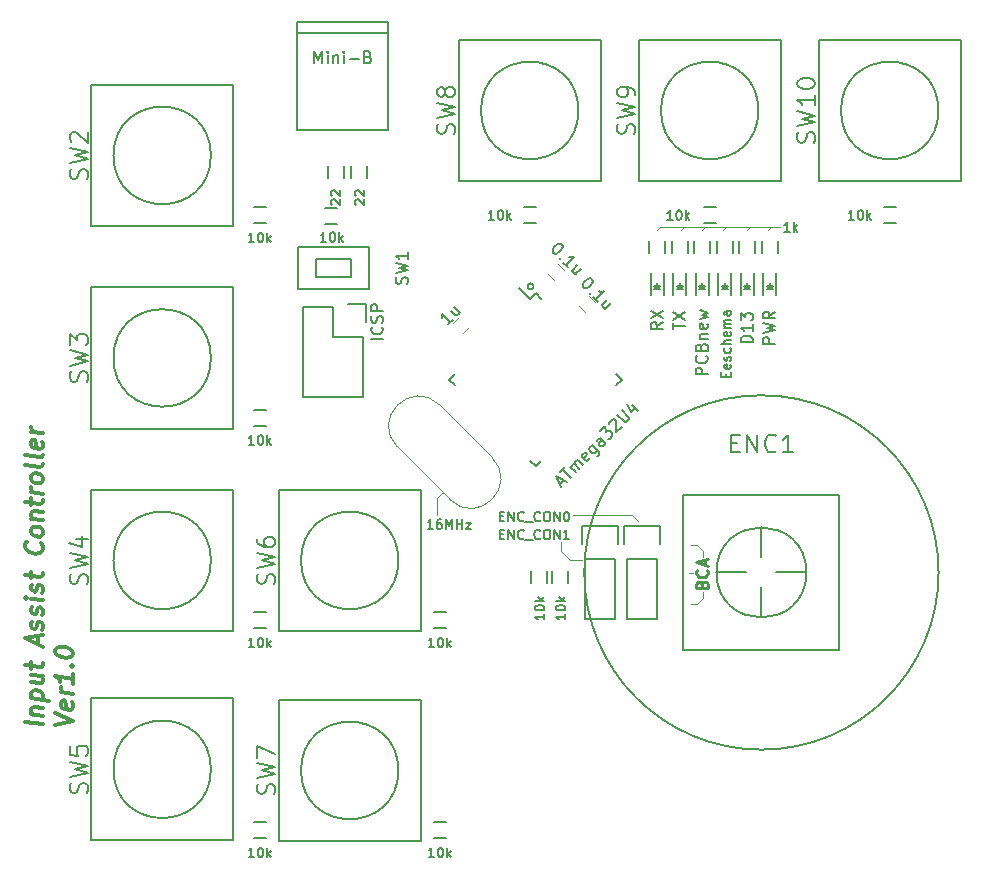
<source format=gto>
G04 #@! TF.GenerationSoftware,KiCad,Pcbnew,(5.1.2)-2*
G04 #@! TF.CreationDate,2025-05-11T13:48:29+09:00*
G04 #@! TF.ProjectId,FIC_2,4649435f-322e-46b6-9963-61645f706362,rev?*
G04 #@! TF.SameCoordinates,Original*
G04 #@! TF.FileFunction,Legend,Top*
G04 #@! TF.FilePolarity,Positive*
%FSLAX46Y46*%
G04 Gerber Fmt 4.6, Leading zero omitted, Abs format (unit mm)*
G04 Created by KiCad (PCBNEW (5.1.2)-2) date 2025-05-11 13:48:29*
%MOMM*%
%LPD*%
G04 APERTURE LIST*
%ADD10C,0.120000*%
%ADD11C,0.300000*%
%ADD12C,0.250000*%
%ADD13C,0.150000*%
G04 APERTURE END LIST*
D10*
X130213000Y-97825800D02*
X130313000Y-97825800D01*
X129813000Y-98225800D02*
X130213000Y-97825800D01*
X129813000Y-99725800D02*
X129813000Y-98225800D01*
D11*
X96456971Y-117421928D02*
X94956971Y-117234428D01*
X95456971Y-116582642D02*
X96456971Y-116707642D01*
X95599828Y-116600500D02*
X95528400Y-116520142D01*
X95456971Y-116368357D01*
X95456971Y-116154071D01*
X95528400Y-116020142D01*
X95671257Y-115966571D01*
X96456971Y-116064785D01*
X95456971Y-115225500D02*
X96956971Y-115413000D01*
X95528400Y-115234428D02*
X95456971Y-115082642D01*
X95456971Y-114796928D01*
X95528400Y-114663000D01*
X95599828Y-114600500D01*
X95742685Y-114546928D01*
X96171257Y-114600500D01*
X96314114Y-114689785D01*
X96385542Y-114770142D01*
X96456971Y-114921928D01*
X96456971Y-115207642D01*
X96385542Y-115341571D01*
X95456971Y-113225500D02*
X96456971Y-113350500D01*
X95456971Y-113868357D02*
X96242685Y-113966571D01*
X96385542Y-113913000D01*
X96456971Y-113779071D01*
X96456971Y-113564785D01*
X96385542Y-113413000D01*
X96314114Y-113332642D01*
X95456971Y-112725500D02*
X95456971Y-112154071D01*
X94956971Y-112448714D02*
X96242685Y-112609428D01*
X96385542Y-112555857D01*
X96456971Y-112421928D01*
X96456971Y-112279071D01*
X96028400Y-110654071D02*
X96028400Y-109939785D01*
X96456971Y-110850500D02*
X94956971Y-110163000D01*
X96456971Y-109850500D01*
X96385542Y-109413000D02*
X96456971Y-109279071D01*
X96456971Y-108993357D01*
X96385542Y-108841571D01*
X96242685Y-108752285D01*
X96171257Y-108743357D01*
X96028400Y-108796928D01*
X95956971Y-108930857D01*
X95956971Y-109145142D01*
X95885542Y-109279071D01*
X95742685Y-109332642D01*
X95671257Y-109323714D01*
X95528400Y-109234428D01*
X95456971Y-109082642D01*
X95456971Y-108868357D01*
X95528400Y-108734428D01*
X96385542Y-108198714D02*
X96456971Y-108064785D01*
X96456971Y-107779071D01*
X96385542Y-107627285D01*
X96242685Y-107538000D01*
X96171257Y-107529071D01*
X96028400Y-107582642D01*
X95956971Y-107716571D01*
X95956971Y-107930857D01*
X95885542Y-108064785D01*
X95742685Y-108118357D01*
X95671257Y-108109428D01*
X95528400Y-108020142D01*
X95456971Y-107868357D01*
X95456971Y-107654071D01*
X95528400Y-107520142D01*
X96456971Y-106921928D02*
X95456971Y-106796928D01*
X94956971Y-106734428D02*
X95028400Y-106814785D01*
X95099828Y-106752285D01*
X95028400Y-106671928D01*
X94956971Y-106734428D01*
X95099828Y-106752285D01*
X96385542Y-106270142D02*
X96456971Y-106136214D01*
X96456971Y-105850500D01*
X96385542Y-105698714D01*
X96242685Y-105609428D01*
X96171257Y-105600500D01*
X96028400Y-105654071D01*
X95956971Y-105788000D01*
X95956971Y-106002285D01*
X95885542Y-106136214D01*
X95742685Y-106189785D01*
X95671257Y-106180857D01*
X95528400Y-106091571D01*
X95456971Y-105939785D01*
X95456971Y-105725500D01*
X95528400Y-105591571D01*
X95456971Y-105082642D02*
X95456971Y-104511214D01*
X94956971Y-104805857D02*
X96242685Y-104966571D01*
X96385542Y-104913000D01*
X96456971Y-104779071D01*
X96456971Y-104636214D01*
X96314114Y-102118357D02*
X96385542Y-102198714D01*
X96456971Y-102421928D01*
X96456971Y-102564785D01*
X96385542Y-102770142D01*
X96242685Y-102895142D01*
X96099828Y-102948714D01*
X95814114Y-102984428D01*
X95599828Y-102957642D01*
X95314114Y-102850500D01*
X95171257Y-102761214D01*
X95028400Y-102600500D01*
X94956971Y-102377285D01*
X94956971Y-102234428D01*
X95028400Y-102029071D01*
X95099828Y-101966571D01*
X96456971Y-101279071D02*
X96385542Y-101413000D01*
X96314114Y-101475500D01*
X96171257Y-101529071D01*
X95742685Y-101475500D01*
X95599828Y-101386214D01*
X95528400Y-101305857D01*
X95456971Y-101154071D01*
X95456971Y-100939785D01*
X95528400Y-100805857D01*
X95599828Y-100743357D01*
X95742685Y-100689785D01*
X96171257Y-100743357D01*
X96314114Y-100832642D01*
X96385542Y-100913000D01*
X96456971Y-101064785D01*
X96456971Y-101279071D01*
X95456971Y-100011214D02*
X96456971Y-100136214D01*
X95599828Y-100029071D02*
X95528400Y-99948714D01*
X95456971Y-99796928D01*
X95456971Y-99582642D01*
X95528400Y-99448714D01*
X95671257Y-99395142D01*
X96456971Y-99493357D01*
X95456971Y-98868357D02*
X95456971Y-98296928D01*
X94956971Y-98591571D02*
X96242685Y-98752285D01*
X96385542Y-98698714D01*
X96456971Y-98564785D01*
X96456971Y-98421928D01*
X96456971Y-97921928D02*
X95456971Y-97796928D01*
X95742685Y-97832642D02*
X95599828Y-97743357D01*
X95528400Y-97663000D01*
X95456971Y-97511214D01*
X95456971Y-97368357D01*
X96456971Y-96779071D02*
X96385542Y-96913000D01*
X96314114Y-96975500D01*
X96171257Y-97029071D01*
X95742685Y-96975500D01*
X95599828Y-96886214D01*
X95528400Y-96805857D01*
X95456971Y-96654071D01*
X95456971Y-96439785D01*
X95528400Y-96305857D01*
X95599828Y-96243357D01*
X95742685Y-96189785D01*
X96171257Y-96243357D01*
X96314114Y-96332642D01*
X96385542Y-96413000D01*
X96456971Y-96564785D01*
X96456971Y-96779071D01*
X96456971Y-95421928D02*
X96385542Y-95555857D01*
X96242685Y-95609428D01*
X94956971Y-95448714D01*
X96456971Y-94636214D02*
X96385542Y-94770142D01*
X96242685Y-94823714D01*
X94956971Y-94663000D01*
X96385542Y-93484428D02*
X96456971Y-93636214D01*
X96456971Y-93921928D01*
X96385542Y-94055857D01*
X96242685Y-94109428D01*
X95671257Y-94037999D01*
X95528400Y-93948714D01*
X95456971Y-93796928D01*
X95456971Y-93511214D01*
X95528400Y-93377285D01*
X95671257Y-93323714D01*
X95814114Y-93341571D01*
X95956971Y-94073714D01*
X96456971Y-92779071D02*
X95456971Y-92654071D01*
X95742685Y-92689785D02*
X95599828Y-92600499D01*
X95528400Y-92520142D01*
X95456971Y-92368357D01*
X95456971Y-92225499D01*
X97506971Y-117448714D02*
X99006971Y-117136214D01*
X97506971Y-116448714D01*
X98935542Y-115555857D02*
X99006971Y-115707642D01*
X99006971Y-115993357D01*
X98935542Y-116127285D01*
X98792685Y-116180857D01*
X98221257Y-116109428D01*
X98078400Y-116020142D01*
X98006971Y-115868357D01*
X98006971Y-115582642D01*
X98078400Y-115448714D01*
X98221257Y-115395142D01*
X98364114Y-115413000D01*
X98506971Y-116145142D01*
X99006971Y-114850500D02*
X98006971Y-114725500D01*
X98292685Y-114761214D02*
X98149828Y-114671928D01*
X98078400Y-114591571D01*
X98006971Y-114439785D01*
X98006971Y-114296928D01*
X99006971Y-113136214D02*
X99006971Y-113993357D01*
X99006971Y-113564785D02*
X97506971Y-113377285D01*
X97721257Y-113546928D01*
X97864114Y-113707642D01*
X97935542Y-113859428D01*
X98864114Y-112475500D02*
X98935542Y-112413000D01*
X99006971Y-112493357D01*
X98935542Y-112555857D01*
X98864114Y-112475500D01*
X99006971Y-112493357D01*
X97506971Y-111305857D02*
X97506971Y-111163000D01*
X97578400Y-111029071D01*
X97649828Y-110966571D01*
X97792685Y-110913000D01*
X98078400Y-110877285D01*
X98435542Y-110921928D01*
X98721257Y-111029071D01*
X98864114Y-111118357D01*
X98935542Y-111198714D01*
X99006971Y-111350500D01*
X99006971Y-111493357D01*
X98935542Y-111627285D01*
X98864114Y-111689785D01*
X98721257Y-111743357D01*
X98435542Y-111779071D01*
X98078400Y-111734428D01*
X97792685Y-111627285D01*
X97649828Y-111538000D01*
X97578400Y-111457642D01*
X97506971Y-111305857D01*
D10*
X151813000Y-107225800D02*
X151313000Y-107225800D01*
X152313000Y-106725800D02*
X151813000Y-107225800D01*
X152313000Y-106225800D02*
X152313000Y-106725800D01*
X151521160Y-104642920D02*
X151124920Y-104642920D01*
X151813000Y-102225800D02*
X151313000Y-102225800D01*
X152313000Y-102725800D02*
X151813000Y-102225800D01*
X152313000Y-103225800D02*
X152313000Y-102725800D01*
D12*
X152241571Y-105582942D02*
X152289190Y-105440085D01*
X152336809Y-105392466D01*
X152432047Y-105344847D01*
X152574904Y-105344847D01*
X152670142Y-105392466D01*
X152717761Y-105440085D01*
X152765380Y-105535323D01*
X152765380Y-105916276D01*
X151765380Y-105916276D01*
X151765380Y-105582942D01*
X151813000Y-105487704D01*
X151860619Y-105440085D01*
X151955857Y-105392466D01*
X152051095Y-105392466D01*
X152146333Y-105440085D01*
X152193952Y-105487704D01*
X152241571Y-105582942D01*
X152241571Y-105916276D01*
X152670142Y-104344847D02*
X152717761Y-104392466D01*
X152765380Y-104535323D01*
X152765380Y-104630561D01*
X152717761Y-104773419D01*
X152622523Y-104868657D01*
X152527285Y-104916276D01*
X152336809Y-104963895D01*
X152193952Y-104963895D01*
X152003476Y-104916276D01*
X151908238Y-104868657D01*
X151813000Y-104773419D01*
X151765380Y-104630561D01*
X151765380Y-104535323D01*
X151813000Y-104392466D01*
X151860619Y-104344847D01*
X152479666Y-103963895D02*
X152479666Y-103487704D01*
X152765380Y-104059133D02*
X151765380Y-103725800D01*
X152765380Y-103392466D01*
D10*
X157861000Y-75615800D02*
X158115000Y-75361800D01*
X156083000Y-75615800D02*
X156337000Y-75361800D01*
X154051000Y-75615800D02*
X154305000Y-75361800D01*
X152273000Y-75615800D02*
X152527000Y-75361800D01*
X150495000Y-75615800D02*
X150749000Y-75361800D01*
X148717000Y-75361800D02*
X148463000Y-75615800D01*
X158877000Y-75361800D02*
X148717000Y-75361800D01*
X141063000Y-103475800D02*
X142063000Y-103475800D01*
X140313000Y-102725800D02*
X141063000Y-103475800D01*
X140313000Y-101975800D02*
X140313000Y-102725800D01*
X146313000Y-99725800D02*
X146813000Y-100225800D01*
X141313000Y-99725800D02*
X146313000Y-99725800D01*
D13*
X156019000Y-104571800D02*
X153479000Y-104571800D01*
X161099000Y-104571800D02*
X158559000Y-104571800D01*
X157289000Y-105841800D02*
X157289000Y-108381800D01*
X157289000Y-103301800D02*
X157289000Y-100761800D01*
X161099000Y-104571800D02*
G75*
G03X161099000Y-104571800I-3810000J0D01*
G01*
X163889000Y-97971800D02*
X163889000Y-111171800D01*
X163889000Y-111171800D02*
X150689000Y-111171800D01*
X150689000Y-111171800D02*
X150689000Y-97971800D01*
X150689000Y-97971800D02*
X163889000Y-97971800D01*
X172289000Y-104571800D02*
G75*
G03X172289000Y-104571800I-15000000J0D01*
G01*
X148713000Y-80305800D02*
X148463000Y-80555800D01*
X148213000Y-80305800D02*
X148713000Y-80305800D01*
X148463000Y-80555800D02*
X148213000Y-80305800D01*
X148213000Y-80555800D02*
X148713000Y-80555800D01*
X148463000Y-80505800D02*
X148463000Y-80055800D01*
X149013000Y-79205800D02*
X149013000Y-81105800D01*
X147913000Y-79205800D02*
X147913000Y-81105800D01*
X149818000Y-79205800D02*
X149818000Y-81105800D01*
X150918000Y-79205800D02*
X150918000Y-81105800D01*
X150368000Y-80505800D02*
X150368000Y-80055800D01*
X150118000Y-80555800D02*
X150618000Y-80555800D01*
X150368000Y-80555800D02*
X150118000Y-80305800D01*
X150118000Y-80305800D02*
X150618000Y-80305800D01*
X150618000Y-80305800D02*
X150368000Y-80555800D01*
X151723000Y-79205800D02*
X151723000Y-81105800D01*
X152823000Y-79205800D02*
X152823000Y-81105800D01*
X152273000Y-80505800D02*
X152273000Y-80055800D01*
X152023000Y-80555800D02*
X152523000Y-80555800D01*
X152273000Y-80555800D02*
X152023000Y-80305800D01*
X152023000Y-80305800D02*
X152523000Y-80305800D01*
X152523000Y-80305800D02*
X152273000Y-80555800D01*
X154428000Y-80305800D02*
X154178000Y-80555800D01*
X153928000Y-80305800D02*
X154428000Y-80305800D01*
X154178000Y-80555800D02*
X153928000Y-80305800D01*
X153928000Y-80555800D02*
X154428000Y-80555800D01*
X154178000Y-80505800D02*
X154178000Y-80055800D01*
X154728000Y-79205800D02*
X154728000Y-81105800D01*
X153628000Y-79205800D02*
X153628000Y-81105800D01*
X156333000Y-80305800D02*
X156083000Y-80555800D01*
X155833000Y-80305800D02*
X156333000Y-80305800D01*
X156083000Y-80555800D02*
X155833000Y-80305800D01*
X155833000Y-80555800D02*
X156333000Y-80555800D01*
X156083000Y-80505800D02*
X156083000Y-80055800D01*
X156633000Y-79205800D02*
X156633000Y-81105800D01*
X155533000Y-79205800D02*
X155533000Y-81105800D01*
X157438000Y-79205800D02*
X157438000Y-81105800D01*
X158538000Y-79205800D02*
X158538000Y-81105800D01*
X157988000Y-80505800D02*
X157988000Y-80055800D01*
X157738000Y-80555800D02*
X158238000Y-80555800D01*
X157988000Y-80555800D02*
X157738000Y-80305800D01*
X157738000Y-80305800D02*
X158238000Y-80305800D01*
X158238000Y-80305800D02*
X157988000Y-80555800D01*
X121031000Y-80540800D02*
X118031000Y-80540800D01*
X118031000Y-80540800D02*
X118031000Y-77040800D01*
X118031000Y-77040800D02*
X124031000Y-77040800D01*
X124031000Y-77040800D02*
X124031000Y-80540800D01*
X124031000Y-80540800D02*
X121031000Y-80540800D01*
X121031000Y-79515800D02*
X119556000Y-79515800D01*
X119556000Y-79515800D02*
X119556000Y-78065800D01*
X119556000Y-78065800D02*
X122506000Y-78065800D01*
X122506000Y-78065800D02*
X122506000Y-79515800D01*
X122506000Y-79515800D02*
X121031000Y-79515800D01*
X172271106Y-65455800D02*
G75*
G03X172271106Y-65455800I-4123106J0D01*
G01*
X162148000Y-59455800D02*
X174148000Y-59455800D01*
X174148000Y-59455800D02*
X174148000Y-71455800D01*
X174148000Y-71455800D02*
X162148000Y-71455800D01*
X162148000Y-71455800D02*
X162148000Y-59455800D01*
X125643640Y-67134740D02*
X125643640Y-57934860D01*
X117942360Y-67134740D02*
X125643640Y-67134740D01*
X117942360Y-57934860D02*
X117942360Y-67134740D01*
X125643640Y-57934860D02*
X117942360Y-57934860D01*
X125643640Y-58935620D02*
X117942360Y-58935620D01*
D10*
X131154249Y-83440023D02*
X131649223Y-82945049D01*
X132497751Y-83793577D02*
X132002777Y-84288551D01*
X140054577Y-78449249D02*
X140549551Y-78944223D01*
X139701023Y-79792751D02*
X139206049Y-79297777D01*
X142317223Y-82510551D02*
X141822249Y-82015577D01*
X142670777Y-81167049D02*
X143165751Y-81662023D01*
D13*
X123571000Y-89712800D02*
X123571000Y-84632800D01*
X123851000Y-81812800D02*
X123851000Y-83362800D01*
X121031000Y-82092800D02*
X121031000Y-84632800D01*
X121031000Y-84632800D02*
X123571000Y-84632800D01*
X123571000Y-89712800D02*
X118491000Y-89712800D01*
X118491000Y-89712800D02*
X118491000Y-84632800D01*
X123851000Y-81812800D02*
X122301000Y-81812800D01*
X118491000Y-82092800D02*
X121031000Y-82092800D01*
X118491000Y-84632800D02*
X118491000Y-82092800D01*
X145923000Y-103428800D02*
X145923000Y-108508800D01*
X145923000Y-108508800D02*
X148463000Y-108508800D01*
X148463000Y-108508800D02*
X148463000Y-103428800D01*
X148743000Y-100608800D02*
X148743000Y-102158800D01*
X148463000Y-103428800D02*
X145923000Y-103428800D01*
X145643000Y-102158800D02*
X145643000Y-100608800D01*
X145643000Y-100608800D02*
X148743000Y-100608800D01*
X142087000Y-100608800D02*
X145187000Y-100608800D01*
X142087000Y-102158800D02*
X142087000Y-100608800D01*
X144907000Y-103428800D02*
X142367000Y-103428800D01*
X145187000Y-100608800D02*
X145187000Y-102158800D01*
X144907000Y-108508800D02*
X144907000Y-103428800D01*
X142367000Y-108508800D02*
X144907000Y-108508800D01*
X142367000Y-103428800D02*
X142367000Y-108508800D01*
X121340500Y-75084300D02*
X120340500Y-75084300D01*
X120340500Y-73734300D02*
X121340500Y-73734300D01*
X152948000Y-76530800D02*
X152948000Y-77530800D01*
X151598000Y-77530800D02*
X151598000Y-76530800D01*
X147788000Y-77530800D02*
X147788000Y-76530800D01*
X149138000Y-76530800D02*
X149138000Y-77530800D01*
X121960000Y-70180800D02*
X121960000Y-71180800D01*
X120610000Y-71180800D02*
X120610000Y-70180800D01*
X122515000Y-71162800D02*
X122515000Y-70162800D01*
X123865000Y-70162800D02*
X123865000Y-71162800D01*
X149698000Y-77535800D02*
X149698000Y-76535800D01*
X151048000Y-76535800D02*
X151048000Y-77535800D01*
X154853000Y-76530800D02*
X154853000Y-77530800D01*
X153503000Y-77530800D02*
X153503000Y-76530800D01*
X157313000Y-77530800D02*
X157313000Y-76530800D01*
X158663000Y-76530800D02*
X158663000Y-77530800D01*
X156758000Y-76530800D02*
X156758000Y-77530800D01*
X155408000Y-77530800D02*
X155408000Y-76530800D01*
X137755000Y-105434800D02*
X137755000Y-104434800D01*
X139105000Y-104434800D02*
X139105000Y-105434800D01*
X140883000Y-104452800D02*
X140883000Y-105452800D01*
X139533000Y-105452800D02*
X139533000Y-104452800D01*
X114308000Y-73670800D02*
X115308000Y-73670800D01*
X115308000Y-75020800D02*
X114308000Y-75020800D01*
X114308000Y-90815800D02*
X115308000Y-90815800D01*
X115308000Y-92165800D02*
X114308000Y-92165800D01*
X115308000Y-109310800D02*
X114308000Y-109310800D01*
X114308000Y-107960800D02*
X115308000Y-107960800D01*
X115308000Y-127090800D02*
X114308000Y-127090800D01*
X114308000Y-125740800D02*
X115308000Y-125740800D01*
X129548000Y-107960800D02*
X130548000Y-107960800D01*
X130548000Y-109310800D02*
X129548000Y-109310800D01*
X129548000Y-125740800D02*
X130548000Y-125740800D01*
X130548000Y-127090800D02*
X129548000Y-127090800D01*
X138168000Y-75020800D02*
X137168000Y-75020800D01*
X137168000Y-73670800D02*
X138168000Y-73670800D01*
X152408000Y-73670800D02*
X153408000Y-73670800D01*
X153408000Y-75020800D02*
X152408000Y-75020800D01*
X168648000Y-75020800D02*
X167648000Y-75020800D01*
X167648000Y-73670800D02*
X168648000Y-73670800D01*
X100553000Y-75265800D02*
X100553000Y-63265800D01*
X112553000Y-75265800D02*
X100553000Y-75265800D01*
X112553000Y-63265800D02*
X112553000Y-75265800D01*
X100553000Y-63265800D02*
X112553000Y-63265800D01*
X110676106Y-69265800D02*
G75*
G03X110676106Y-69265800I-4123106J0D01*
G01*
X110676106Y-86410800D02*
G75*
G03X110676106Y-86410800I-4123106J0D01*
G01*
X100553000Y-80410800D02*
X112553000Y-80410800D01*
X112553000Y-80410800D02*
X112553000Y-92410800D01*
X112553000Y-92410800D02*
X100553000Y-92410800D01*
X100553000Y-92410800D02*
X100553000Y-80410800D01*
X100553000Y-109555800D02*
X100553000Y-97555800D01*
X112553000Y-109555800D02*
X100553000Y-109555800D01*
X112553000Y-97555800D02*
X112553000Y-109555800D01*
X100553000Y-97555800D02*
X112553000Y-97555800D01*
X110676106Y-103555800D02*
G75*
G03X110676106Y-103555800I-4123106J0D01*
G01*
X110676106Y-121235800D02*
G75*
G03X110676106Y-121235800I-4123106J0D01*
G01*
X100553000Y-115235800D02*
X112553000Y-115235800D01*
X112553000Y-115235800D02*
X112553000Y-127235800D01*
X112553000Y-127235800D02*
X100553000Y-127235800D01*
X100553000Y-127235800D02*
X100553000Y-115235800D01*
X116428000Y-109555800D02*
X116428000Y-97555800D01*
X128428000Y-109555800D02*
X116428000Y-109555800D01*
X128428000Y-97555800D02*
X128428000Y-109555800D01*
X116428000Y-97555800D02*
X128428000Y-97555800D01*
X126551106Y-103555800D02*
G75*
G03X126551106Y-103555800I-4123106J0D01*
G01*
X126551106Y-121335800D02*
G75*
G03X126551106Y-121335800I-4123106J0D01*
G01*
X116428000Y-115335800D02*
X128428000Y-115335800D01*
X128428000Y-115335800D02*
X128428000Y-127335800D01*
X128428000Y-127335800D02*
X116428000Y-127335800D01*
X116428000Y-127335800D02*
X116428000Y-115335800D01*
X131668000Y-71455800D02*
X131668000Y-59455800D01*
X143668000Y-71455800D02*
X131668000Y-71455800D01*
X143668000Y-59455800D02*
X143668000Y-71455800D01*
X131668000Y-59455800D02*
X143668000Y-59455800D01*
X141791106Y-65455800D02*
G75*
G03X141791106Y-65455800I-4123106J0D01*
G01*
X157031106Y-65455800D02*
G75*
G03X157031106Y-65455800I-4123106J0D01*
G01*
X146908000Y-59455800D02*
X158908000Y-59455800D01*
X158908000Y-59455800D02*
X158908000Y-71455800D01*
X158908000Y-71455800D02*
X146908000Y-71455800D01*
X146908000Y-71455800D02*
X146908000Y-59455800D01*
X137994423Y-80349175D02*
G75*
G03X137994423Y-80349175I-254001J0D01*
G01*
X138176000Y-80933245D02*
X137698703Y-81410542D01*
X145494555Y-88251800D02*
X145017258Y-88729097D01*
X138176000Y-95570355D02*
X138653297Y-95093058D01*
X130857445Y-88251800D02*
X131334742Y-87774503D01*
X138176000Y-80933245D02*
X138653297Y-81410542D01*
X130857445Y-88251800D02*
X131334742Y-88729097D01*
X138176000Y-95570355D02*
X137698703Y-95093058D01*
X145494555Y-88251800D02*
X145017258Y-87774503D01*
X137698703Y-81410542D02*
X136797142Y-80508981D01*
D10*
X130898852Y-98388542D02*
X126479435Y-93969124D01*
X134469742Y-94817652D02*
X130050324Y-90398235D01*
X134469742Y-94817652D02*
G75*
G02X130898852Y-98388542I-1785445J-1785445D01*
G01*
X130050325Y-90398236D02*
G75*
G03X126479435Y-93969124I-1785445J-1785444D01*
G01*
D13*
X154741571Y-93618657D02*
X155241571Y-93618657D01*
X155455857Y-94404371D02*
X154741571Y-94404371D01*
X154741571Y-92904371D01*
X155455857Y-92904371D01*
X156098714Y-94404371D02*
X156098714Y-92904371D01*
X156955857Y-94404371D01*
X156955857Y-92904371D01*
X158527285Y-94261514D02*
X158455857Y-94332942D01*
X158241571Y-94404371D01*
X158098714Y-94404371D01*
X157884428Y-94332942D01*
X157741571Y-94190085D01*
X157670142Y-94047228D01*
X157598714Y-93761514D01*
X157598714Y-93547228D01*
X157670142Y-93261514D01*
X157741571Y-93118657D01*
X157884428Y-92975800D01*
X158098714Y-92904371D01*
X158241571Y-92904371D01*
X158455857Y-92975800D01*
X158527285Y-93047228D01*
X159955857Y-94404371D02*
X159098714Y-94404371D01*
X159527285Y-94404371D02*
X159527285Y-92904371D01*
X159384428Y-93118657D01*
X159241571Y-93261514D01*
X159098714Y-93332942D01*
X148915380Y-83402466D02*
X148439190Y-83735800D01*
X148915380Y-83973895D02*
X147915380Y-83973895D01*
X147915380Y-83592942D01*
X147963000Y-83497704D01*
X148010619Y-83450085D01*
X148105857Y-83402466D01*
X148248714Y-83402466D01*
X148343952Y-83450085D01*
X148391571Y-83497704D01*
X148439190Y-83592942D01*
X148439190Y-83973895D01*
X147915380Y-83069133D02*
X148915380Y-82402466D01*
X147915380Y-82402466D02*
X148915380Y-83069133D01*
X149820380Y-83997704D02*
X149820380Y-83426276D01*
X150820380Y-83711990D02*
X149820380Y-83711990D01*
X149820380Y-83188180D02*
X150820380Y-82521514D01*
X149820380Y-82521514D02*
X150820380Y-83188180D01*
X152725380Y-87807466D02*
X151725380Y-87807466D01*
X151725380Y-87426514D01*
X151773000Y-87331276D01*
X151820619Y-87283657D01*
X151915857Y-87236038D01*
X152058714Y-87236038D01*
X152153952Y-87283657D01*
X152201571Y-87331276D01*
X152249190Y-87426514D01*
X152249190Y-87807466D01*
X152630142Y-86236038D02*
X152677761Y-86283657D01*
X152725380Y-86426514D01*
X152725380Y-86521752D01*
X152677761Y-86664609D01*
X152582523Y-86759847D01*
X152487285Y-86807466D01*
X152296809Y-86855085D01*
X152153952Y-86855085D01*
X151963476Y-86807466D01*
X151868238Y-86759847D01*
X151773000Y-86664609D01*
X151725380Y-86521752D01*
X151725380Y-86426514D01*
X151773000Y-86283657D01*
X151820619Y-86236038D01*
X152201571Y-85474133D02*
X152249190Y-85331276D01*
X152296809Y-85283657D01*
X152392047Y-85236038D01*
X152534904Y-85236038D01*
X152630142Y-85283657D01*
X152677761Y-85331276D01*
X152725380Y-85426514D01*
X152725380Y-85807466D01*
X151725380Y-85807466D01*
X151725380Y-85474133D01*
X151773000Y-85378895D01*
X151820619Y-85331276D01*
X151915857Y-85283657D01*
X152011095Y-85283657D01*
X152106333Y-85331276D01*
X152153952Y-85378895D01*
X152201571Y-85474133D01*
X152201571Y-85807466D01*
X152058714Y-84807466D02*
X152725380Y-84807466D01*
X152153952Y-84807466D02*
X152106333Y-84759847D01*
X152058714Y-84664609D01*
X152058714Y-84521752D01*
X152106333Y-84426514D01*
X152201571Y-84378895D01*
X152725380Y-84378895D01*
X152677761Y-83521752D02*
X152725380Y-83616990D01*
X152725380Y-83807466D01*
X152677761Y-83902704D01*
X152582523Y-83950323D01*
X152201571Y-83950323D01*
X152106333Y-83902704D01*
X152058714Y-83807466D01*
X152058714Y-83616990D01*
X152106333Y-83521752D01*
X152201571Y-83474133D01*
X152296809Y-83474133D01*
X152392047Y-83950323D01*
X152058714Y-83140800D02*
X152725380Y-82950323D01*
X152249190Y-82759847D01*
X152725380Y-82569371D01*
X152058714Y-82378895D01*
X154255857Y-88006752D02*
X154255857Y-87740085D01*
X154674904Y-87625800D02*
X154674904Y-88006752D01*
X153874904Y-88006752D01*
X153874904Y-87625800D01*
X154636809Y-86978180D02*
X154674904Y-87054371D01*
X154674904Y-87206752D01*
X154636809Y-87282942D01*
X154560619Y-87321038D01*
X154255857Y-87321038D01*
X154179666Y-87282942D01*
X154141571Y-87206752D01*
X154141571Y-87054371D01*
X154179666Y-86978180D01*
X154255857Y-86940085D01*
X154332047Y-86940085D01*
X154408238Y-87321038D01*
X154636809Y-86635323D02*
X154674904Y-86559133D01*
X154674904Y-86406752D01*
X154636809Y-86330561D01*
X154560619Y-86292466D01*
X154522523Y-86292466D01*
X154446333Y-86330561D01*
X154408238Y-86406752D01*
X154408238Y-86521038D01*
X154370142Y-86597228D01*
X154293952Y-86635323D01*
X154255857Y-86635323D01*
X154179666Y-86597228D01*
X154141571Y-86521038D01*
X154141571Y-86406752D01*
X154179666Y-86330561D01*
X154636809Y-85606752D02*
X154674904Y-85682942D01*
X154674904Y-85835323D01*
X154636809Y-85911514D01*
X154598714Y-85949609D01*
X154522523Y-85987704D01*
X154293952Y-85987704D01*
X154217761Y-85949609D01*
X154179666Y-85911514D01*
X154141571Y-85835323D01*
X154141571Y-85682942D01*
X154179666Y-85606752D01*
X154674904Y-85263895D02*
X153874904Y-85263895D01*
X154674904Y-84921038D02*
X154255857Y-84921038D01*
X154179666Y-84959133D01*
X154141571Y-85035323D01*
X154141571Y-85149609D01*
X154179666Y-85225800D01*
X154217761Y-85263895D01*
X154636809Y-84235323D02*
X154674904Y-84311514D01*
X154674904Y-84463895D01*
X154636809Y-84540085D01*
X154560619Y-84578180D01*
X154255857Y-84578180D01*
X154179666Y-84540085D01*
X154141571Y-84463895D01*
X154141571Y-84311514D01*
X154179666Y-84235323D01*
X154255857Y-84197228D01*
X154332047Y-84197228D01*
X154408238Y-84578180D01*
X154674904Y-83854371D02*
X154141571Y-83854371D01*
X154217761Y-83854371D02*
X154179666Y-83816276D01*
X154141571Y-83740085D01*
X154141571Y-83625800D01*
X154179666Y-83549609D01*
X154255857Y-83511514D01*
X154674904Y-83511514D01*
X154255857Y-83511514D02*
X154179666Y-83473419D01*
X154141571Y-83397228D01*
X154141571Y-83282942D01*
X154179666Y-83206752D01*
X154255857Y-83168657D01*
X154674904Y-83168657D01*
X154674904Y-82444847D02*
X154255857Y-82444847D01*
X154179666Y-82482942D01*
X154141571Y-82559133D01*
X154141571Y-82711514D01*
X154179666Y-82787704D01*
X154636809Y-82444847D02*
X154674904Y-82521038D01*
X154674904Y-82711514D01*
X154636809Y-82787704D01*
X154560619Y-82825800D01*
X154484428Y-82825800D01*
X154408238Y-82787704D01*
X154370142Y-82711514D01*
X154370142Y-82521038D01*
X154332047Y-82444847D01*
X156535380Y-85085085D02*
X155535380Y-85085085D01*
X155535380Y-84846990D01*
X155583000Y-84704133D01*
X155678238Y-84608895D01*
X155773476Y-84561276D01*
X155963952Y-84513657D01*
X156106809Y-84513657D01*
X156297285Y-84561276D01*
X156392523Y-84608895D01*
X156487761Y-84704133D01*
X156535380Y-84846990D01*
X156535380Y-85085085D01*
X156535380Y-83561276D02*
X156535380Y-84132704D01*
X156535380Y-83846990D02*
X155535380Y-83846990D01*
X155678238Y-83942228D01*
X155773476Y-84037466D01*
X155821095Y-84132704D01*
X155535380Y-83227942D02*
X155535380Y-82608895D01*
X155916333Y-82942228D01*
X155916333Y-82799371D01*
X155963952Y-82704133D01*
X156011571Y-82656514D01*
X156106809Y-82608895D01*
X156344904Y-82608895D01*
X156440142Y-82656514D01*
X156487761Y-82704133D01*
X156535380Y-82799371D01*
X156535380Y-83085085D01*
X156487761Y-83180323D01*
X156440142Y-83227942D01*
X158440380Y-85204133D02*
X157440380Y-85204133D01*
X157440380Y-84823180D01*
X157488000Y-84727942D01*
X157535619Y-84680323D01*
X157630857Y-84632704D01*
X157773714Y-84632704D01*
X157868952Y-84680323D01*
X157916571Y-84727942D01*
X157964190Y-84823180D01*
X157964190Y-85204133D01*
X157440380Y-84299371D02*
X158440380Y-84061276D01*
X157726095Y-83870800D01*
X158440380Y-83680323D01*
X157440380Y-83442228D01*
X158440380Y-82489847D02*
X157964190Y-82823180D01*
X158440380Y-83061276D02*
X157440380Y-83061276D01*
X157440380Y-82680323D01*
X157488000Y-82585085D01*
X157535619Y-82537466D01*
X157630857Y-82489847D01*
X157773714Y-82489847D01*
X157868952Y-82537466D01*
X157916571Y-82585085D01*
X157964190Y-82680323D01*
X157964190Y-83061276D01*
X127277761Y-80124133D02*
X127325380Y-79981276D01*
X127325380Y-79743180D01*
X127277761Y-79647942D01*
X127230142Y-79600323D01*
X127134904Y-79552704D01*
X127039666Y-79552704D01*
X126944428Y-79600323D01*
X126896809Y-79647942D01*
X126849190Y-79743180D01*
X126801571Y-79933657D01*
X126753952Y-80028895D01*
X126706333Y-80076514D01*
X126611095Y-80124133D01*
X126515857Y-80124133D01*
X126420619Y-80076514D01*
X126373000Y-80028895D01*
X126325380Y-79933657D01*
X126325380Y-79695561D01*
X126373000Y-79552704D01*
X126325380Y-79219371D02*
X127325380Y-78981276D01*
X126611095Y-78790800D01*
X127325380Y-78600323D01*
X126325380Y-78362228D01*
X127325380Y-77457466D02*
X127325380Y-78028895D01*
X127325380Y-77743180D02*
X126325380Y-77743180D01*
X126468238Y-77838419D01*
X126563476Y-77933657D01*
X126611095Y-78028895D01*
X161755142Y-68170085D02*
X161826571Y-67955800D01*
X161826571Y-67598657D01*
X161755142Y-67455800D01*
X161683714Y-67384371D01*
X161540857Y-67312942D01*
X161398000Y-67312942D01*
X161255142Y-67384371D01*
X161183714Y-67455800D01*
X161112285Y-67598657D01*
X161040857Y-67884371D01*
X160969428Y-68027228D01*
X160898000Y-68098657D01*
X160755142Y-68170085D01*
X160612285Y-68170085D01*
X160469428Y-68098657D01*
X160398000Y-68027228D01*
X160326571Y-67884371D01*
X160326571Y-67527228D01*
X160398000Y-67312942D01*
X160326571Y-66812942D02*
X161826571Y-66455800D01*
X160755142Y-66170085D01*
X161826571Y-65884371D01*
X160326571Y-65527228D01*
X161826571Y-64170085D02*
X161826571Y-65027228D01*
X161826571Y-64598657D02*
X160326571Y-64598657D01*
X160540857Y-64741514D01*
X160683714Y-64884371D01*
X160755142Y-65027228D01*
X160326571Y-63241514D02*
X160326571Y-63098657D01*
X160398000Y-62955800D01*
X160469428Y-62884371D01*
X160612285Y-62812942D01*
X160898000Y-62741514D01*
X161255142Y-62741514D01*
X161540857Y-62812942D01*
X161683714Y-62884371D01*
X161755142Y-62955800D01*
X161826571Y-63098657D01*
X161826571Y-63241514D01*
X161755142Y-63384371D01*
X161683714Y-63455800D01*
X161540857Y-63527228D01*
X161255142Y-63598657D01*
X160898000Y-63598657D01*
X160612285Y-63527228D01*
X160469428Y-63455800D01*
X160398000Y-63384371D01*
X160326571Y-63241514D01*
X119412047Y-61463180D02*
X119412047Y-60463180D01*
X119745380Y-61177466D01*
X120078714Y-60463180D01*
X120078714Y-61463180D01*
X120554904Y-61463180D02*
X120554904Y-60796514D01*
X120554904Y-60463180D02*
X120507285Y-60510800D01*
X120554904Y-60558419D01*
X120602523Y-60510800D01*
X120554904Y-60463180D01*
X120554904Y-60558419D01*
X121031095Y-60796514D02*
X121031095Y-61463180D01*
X121031095Y-60891752D02*
X121078714Y-60844133D01*
X121173952Y-60796514D01*
X121316809Y-60796514D01*
X121412047Y-60844133D01*
X121459666Y-60939371D01*
X121459666Y-61463180D01*
X121935857Y-61463180D02*
X121935857Y-60796514D01*
X121935857Y-60463180D02*
X121888238Y-60510800D01*
X121935857Y-60558419D01*
X121983476Y-60510800D01*
X121935857Y-60463180D01*
X121935857Y-60558419D01*
X122412047Y-61082228D02*
X123173952Y-61082228D01*
X123983476Y-60939371D02*
X124126333Y-60986990D01*
X124173952Y-61034609D01*
X124221571Y-61129847D01*
X124221571Y-61272704D01*
X124173952Y-61367942D01*
X124126333Y-61415561D01*
X124031095Y-61463180D01*
X123650142Y-61463180D01*
X123650142Y-60463180D01*
X123983476Y-60463180D01*
X124078714Y-60510800D01*
X124126333Y-60558419D01*
X124173952Y-60653657D01*
X124173952Y-60748895D01*
X124126333Y-60844133D01*
X124078714Y-60891752D01*
X123983476Y-60939371D01*
X123650142Y-60939371D01*
X131144147Y-83170649D02*
X130740086Y-83574710D01*
X130942117Y-83372680D02*
X130235010Y-82665573D01*
X130268681Y-82833932D01*
X130268681Y-82968619D01*
X130235010Y-83069634D01*
X131278834Y-82093153D02*
X131750239Y-82564558D01*
X130975788Y-82396199D02*
X131346178Y-82766588D01*
X131447193Y-82800260D01*
X131548208Y-82766588D01*
X131649223Y-82665573D01*
X131682895Y-82564558D01*
X131682895Y-82497214D01*
X140371594Y-76782945D02*
X140438937Y-76850288D01*
X140472609Y-76951303D01*
X140472609Y-77018647D01*
X140438937Y-77119662D01*
X140337922Y-77288021D01*
X140169563Y-77456380D01*
X140001205Y-77557395D01*
X139900189Y-77591067D01*
X139832846Y-77591067D01*
X139731831Y-77557395D01*
X139664487Y-77490051D01*
X139630815Y-77389036D01*
X139630815Y-77321693D01*
X139664487Y-77220677D01*
X139765502Y-77052319D01*
X139933861Y-76883960D01*
X140102220Y-76782945D01*
X140203235Y-76749273D01*
X140270579Y-76749273D01*
X140371594Y-76782945D01*
X140270579Y-77961456D02*
X140270579Y-78028800D01*
X140203235Y-78028800D01*
X140203235Y-77961456D01*
X140270579Y-77961456D01*
X140203235Y-78028800D01*
X140910342Y-78735906D02*
X140506281Y-78331845D01*
X140708311Y-78533876D02*
X141415418Y-77826769D01*
X141247060Y-77860441D01*
X141112373Y-77860441D01*
X141011357Y-77826769D01*
X141987838Y-78870593D02*
X141516434Y-79341998D01*
X141684792Y-78567548D02*
X141314403Y-78937937D01*
X141280731Y-79038952D01*
X141314403Y-79139967D01*
X141415418Y-79240983D01*
X141516434Y-79274654D01*
X141583777Y-79274654D01*
X142906478Y-79709062D02*
X142973821Y-79776405D01*
X143007493Y-79877420D01*
X143007493Y-79944764D01*
X142973821Y-80045779D01*
X142872806Y-80214138D01*
X142704447Y-80382497D01*
X142536089Y-80483512D01*
X142435073Y-80517184D01*
X142367730Y-80517184D01*
X142266715Y-80483512D01*
X142199371Y-80416168D01*
X142165699Y-80315153D01*
X142165699Y-80247810D01*
X142199371Y-80146794D01*
X142300386Y-79978436D01*
X142468745Y-79810077D01*
X142637104Y-79709062D01*
X142738119Y-79675390D01*
X142805463Y-79675390D01*
X142906478Y-79709062D01*
X142805463Y-80887573D02*
X142805463Y-80954917D01*
X142738119Y-80954917D01*
X142738119Y-80887573D01*
X142805463Y-80887573D01*
X142738119Y-80954917D01*
X143445226Y-81662023D02*
X143041165Y-81257962D01*
X143243195Y-81459993D02*
X143950302Y-80752886D01*
X143781944Y-80786558D01*
X143647257Y-80786558D01*
X143546241Y-80752886D01*
X144522722Y-81796710D02*
X144051318Y-82268115D01*
X144219676Y-81493665D02*
X143849287Y-81864054D01*
X143815615Y-81965069D01*
X143849287Y-82066084D01*
X143950302Y-82167100D01*
X144051318Y-82200771D01*
X144118661Y-82200771D01*
X125253380Y-84838990D02*
X124253380Y-84838990D01*
X125158142Y-83791371D02*
X125205761Y-83838990D01*
X125253380Y-83981847D01*
X125253380Y-84077085D01*
X125205761Y-84219942D01*
X125110523Y-84315180D01*
X125015285Y-84362800D01*
X124824809Y-84410419D01*
X124681952Y-84410419D01*
X124491476Y-84362800D01*
X124396238Y-84315180D01*
X124301000Y-84219942D01*
X124253380Y-84077085D01*
X124253380Y-83981847D01*
X124301000Y-83838990D01*
X124348619Y-83791371D01*
X125205761Y-83410419D02*
X125253380Y-83267561D01*
X125253380Y-83029466D01*
X125205761Y-82934228D01*
X125158142Y-82886609D01*
X125062904Y-82838990D01*
X124967666Y-82838990D01*
X124872428Y-82886609D01*
X124824809Y-82934228D01*
X124777190Y-83029466D01*
X124729571Y-83219942D01*
X124681952Y-83315180D01*
X124634333Y-83362800D01*
X124539095Y-83410419D01*
X124443857Y-83410419D01*
X124348619Y-83362800D01*
X124301000Y-83315180D01*
X124253380Y-83219942D01*
X124253380Y-82981847D01*
X124301000Y-82838990D01*
X125253380Y-82410419D02*
X124253380Y-82410419D01*
X124253380Y-82029466D01*
X124301000Y-81934228D01*
X124348619Y-81886609D01*
X124443857Y-81838990D01*
X124586714Y-81838990D01*
X124681952Y-81886609D01*
X124729571Y-81934228D01*
X124777190Y-82029466D01*
X124777190Y-82410419D01*
X135130714Y-99815657D02*
X135397380Y-99815657D01*
X135511666Y-100234704D02*
X135130714Y-100234704D01*
X135130714Y-99434704D01*
X135511666Y-99434704D01*
X135854523Y-100234704D02*
X135854523Y-99434704D01*
X136311666Y-100234704D01*
X136311666Y-99434704D01*
X137149761Y-100158514D02*
X137111666Y-100196609D01*
X136997380Y-100234704D01*
X136921190Y-100234704D01*
X136806904Y-100196609D01*
X136730714Y-100120419D01*
X136692619Y-100044228D01*
X136654523Y-99891847D01*
X136654523Y-99777561D01*
X136692619Y-99625180D01*
X136730714Y-99548990D01*
X136806904Y-99472800D01*
X136921190Y-99434704D01*
X136997380Y-99434704D01*
X137111666Y-99472800D01*
X137149761Y-99510895D01*
X137302142Y-100310895D02*
X137911666Y-100310895D01*
X138559285Y-100158514D02*
X138521190Y-100196609D01*
X138406904Y-100234704D01*
X138330714Y-100234704D01*
X138216428Y-100196609D01*
X138140238Y-100120419D01*
X138102142Y-100044228D01*
X138064047Y-99891847D01*
X138064047Y-99777561D01*
X138102142Y-99625180D01*
X138140238Y-99548990D01*
X138216428Y-99472800D01*
X138330714Y-99434704D01*
X138406904Y-99434704D01*
X138521190Y-99472800D01*
X138559285Y-99510895D01*
X139054523Y-99434704D02*
X139206904Y-99434704D01*
X139283095Y-99472800D01*
X139359285Y-99548990D01*
X139397380Y-99701371D01*
X139397380Y-99968038D01*
X139359285Y-100120419D01*
X139283095Y-100196609D01*
X139206904Y-100234704D01*
X139054523Y-100234704D01*
X138978333Y-100196609D01*
X138902142Y-100120419D01*
X138864047Y-99968038D01*
X138864047Y-99701371D01*
X138902142Y-99548990D01*
X138978333Y-99472800D01*
X139054523Y-99434704D01*
X139740238Y-100234704D02*
X139740238Y-99434704D01*
X140197380Y-100234704D01*
X140197380Y-99434704D01*
X140730714Y-99434704D02*
X140806904Y-99434704D01*
X140883095Y-99472800D01*
X140921190Y-99510895D01*
X140959285Y-99587085D01*
X140997380Y-99739466D01*
X140997380Y-99929942D01*
X140959285Y-100082323D01*
X140921190Y-100158514D01*
X140883095Y-100196609D01*
X140806904Y-100234704D01*
X140730714Y-100234704D01*
X140654523Y-100196609D01*
X140616428Y-100158514D01*
X140578333Y-100082323D01*
X140540238Y-99929942D01*
X140540238Y-99739466D01*
X140578333Y-99587085D01*
X140616428Y-99510895D01*
X140654523Y-99472800D01*
X140730714Y-99434704D01*
X135130714Y-101339657D02*
X135397380Y-101339657D01*
X135511666Y-101758704D02*
X135130714Y-101758704D01*
X135130714Y-100958704D01*
X135511666Y-100958704D01*
X135854523Y-101758704D02*
X135854523Y-100958704D01*
X136311666Y-101758704D01*
X136311666Y-100958704D01*
X137149761Y-101682514D02*
X137111666Y-101720609D01*
X136997380Y-101758704D01*
X136921190Y-101758704D01*
X136806904Y-101720609D01*
X136730714Y-101644419D01*
X136692619Y-101568228D01*
X136654523Y-101415847D01*
X136654523Y-101301561D01*
X136692619Y-101149180D01*
X136730714Y-101072990D01*
X136806904Y-100996800D01*
X136921190Y-100958704D01*
X136997380Y-100958704D01*
X137111666Y-100996800D01*
X137149761Y-101034895D01*
X137302142Y-101834895D02*
X137911666Y-101834895D01*
X138559285Y-101682514D02*
X138521190Y-101720609D01*
X138406904Y-101758704D01*
X138330714Y-101758704D01*
X138216428Y-101720609D01*
X138140238Y-101644419D01*
X138102142Y-101568228D01*
X138064047Y-101415847D01*
X138064047Y-101301561D01*
X138102142Y-101149180D01*
X138140238Y-101072990D01*
X138216428Y-100996800D01*
X138330714Y-100958704D01*
X138406904Y-100958704D01*
X138521190Y-100996800D01*
X138559285Y-101034895D01*
X139054523Y-100958704D02*
X139206904Y-100958704D01*
X139283095Y-100996800D01*
X139359285Y-101072990D01*
X139397380Y-101225371D01*
X139397380Y-101492038D01*
X139359285Y-101644419D01*
X139283095Y-101720609D01*
X139206904Y-101758704D01*
X139054523Y-101758704D01*
X138978333Y-101720609D01*
X138902142Y-101644419D01*
X138864047Y-101492038D01*
X138864047Y-101225371D01*
X138902142Y-101072990D01*
X138978333Y-100996800D01*
X139054523Y-100958704D01*
X139740238Y-101758704D02*
X139740238Y-100958704D01*
X140197380Y-101758704D01*
X140197380Y-100958704D01*
X140997380Y-101758704D02*
X140540238Y-101758704D01*
X140768809Y-101758704D02*
X140768809Y-100958704D01*
X140692619Y-101072990D01*
X140616428Y-101149180D01*
X140540238Y-101187276D01*
X120436809Y-76587704D02*
X119979666Y-76587704D01*
X120208238Y-76587704D02*
X120208238Y-75787704D01*
X120132047Y-75901990D01*
X120055857Y-75978180D01*
X119979666Y-76016276D01*
X120932047Y-75787704D02*
X121008238Y-75787704D01*
X121084428Y-75825800D01*
X121122523Y-75863895D01*
X121160619Y-75940085D01*
X121198714Y-76092466D01*
X121198714Y-76282942D01*
X121160619Y-76435323D01*
X121122523Y-76511514D01*
X121084428Y-76549609D01*
X121008238Y-76587704D01*
X120932047Y-76587704D01*
X120855857Y-76549609D01*
X120817761Y-76511514D01*
X120779666Y-76435323D01*
X120741571Y-76282942D01*
X120741571Y-76092466D01*
X120779666Y-75940085D01*
X120817761Y-75863895D01*
X120855857Y-75825800D01*
X120932047Y-75787704D01*
X121541571Y-76587704D02*
X121541571Y-75787704D01*
X121617761Y-76282942D02*
X121846333Y-76587704D01*
X121846333Y-76054371D02*
X121541571Y-76359133D01*
X120923095Y-73431323D02*
X120885000Y-73393228D01*
X120846904Y-73317038D01*
X120846904Y-73126561D01*
X120885000Y-73050371D01*
X120923095Y-73012276D01*
X120999285Y-72974180D01*
X121075476Y-72974180D01*
X121189761Y-73012276D01*
X121646904Y-73469419D01*
X121646904Y-72974180D01*
X120923095Y-72669419D02*
X120885000Y-72631323D01*
X120846904Y-72555133D01*
X120846904Y-72364657D01*
X120885000Y-72288466D01*
X120923095Y-72250371D01*
X120999285Y-72212276D01*
X121075476Y-72212276D01*
X121189761Y-72250371D01*
X121646904Y-72707514D01*
X121646904Y-72212276D01*
X122955095Y-73431323D02*
X122917000Y-73393228D01*
X122878904Y-73317038D01*
X122878904Y-73126561D01*
X122917000Y-73050371D01*
X122955095Y-73012276D01*
X123031285Y-72974180D01*
X123107476Y-72974180D01*
X123221761Y-73012276D01*
X123678904Y-73469419D01*
X123678904Y-72974180D01*
X122955095Y-72669419D02*
X122917000Y-72631323D01*
X122878904Y-72555133D01*
X122878904Y-72364657D01*
X122917000Y-72288466D01*
X122955095Y-72250371D01*
X123031285Y-72212276D01*
X123107476Y-72212276D01*
X123221761Y-72250371D01*
X123678904Y-72707514D01*
X123678904Y-72212276D01*
X159670761Y-75723704D02*
X159213619Y-75723704D01*
X159442190Y-75723704D02*
X159442190Y-74923704D01*
X159366000Y-75037990D01*
X159289809Y-75114180D01*
X159213619Y-75152276D01*
X160013619Y-75723704D02*
X160013619Y-74923704D01*
X160089809Y-75418942D02*
X160318380Y-75723704D01*
X160318380Y-75190371D02*
X160013619Y-75495133D01*
X138918904Y-108095990D02*
X138918904Y-108553133D01*
X138918904Y-108324561D02*
X138118904Y-108324561D01*
X138233190Y-108400752D01*
X138309380Y-108476942D01*
X138347476Y-108553133D01*
X138118904Y-107600752D02*
X138118904Y-107524561D01*
X138157000Y-107448371D01*
X138195095Y-107410276D01*
X138271285Y-107372180D01*
X138423666Y-107334085D01*
X138614142Y-107334085D01*
X138766523Y-107372180D01*
X138842714Y-107410276D01*
X138880809Y-107448371D01*
X138918904Y-107524561D01*
X138918904Y-107600752D01*
X138880809Y-107676942D01*
X138842714Y-107715038D01*
X138766523Y-107753133D01*
X138614142Y-107791228D01*
X138423666Y-107791228D01*
X138271285Y-107753133D01*
X138195095Y-107715038D01*
X138157000Y-107676942D01*
X138118904Y-107600752D01*
X138918904Y-106991228D02*
X138118904Y-106991228D01*
X138614142Y-106915038D02*
X138918904Y-106686466D01*
X138385571Y-106686466D02*
X138690333Y-106991228D01*
X140696904Y-108095990D02*
X140696904Y-108553133D01*
X140696904Y-108324561D02*
X139896904Y-108324561D01*
X140011190Y-108400752D01*
X140087380Y-108476942D01*
X140125476Y-108553133D01*
X139896904Y-107600752D02*
X139896904Y-107524561D01*
X139935000Y-107448371D01*
X139973095Y-107410276D01*
X140049285Y-107372180D01*
X140201666Y-107334085D01*
X140392142Y-107334085D01*
X140544523Y-107372180D01*
X140620714Y-107410276D01*
X140658809Y-107448371D01*
X140696904Y-107524561D01*
X140696904Y-107600752D01*
X140658809Y-107676942D01*
X140620714Y-107715038D01*
X140544523Y-107753133D01*
X140392142Y-107791228D01*
X140201666Y-107791228D01*
X140049285Y-107753133D01*
X139973095Y-107715038D01*
X139935000Y-107676942D01*
X139896904Y-107600752D01*
X140696904Y-106991228D02*
X139896904Y-106991228D01*
X140392142Y-106915038D02*
X140696904Y-106686466D01*
X140163571Y-106686466D02*
X140468333Y-106991228D01*
X114331809Y-76607704D02*
X113874666Y-76607704D01*
X114103238Y-76607704D02*
X114103238Y-75807704D01*
X114027047Y-75921990D01*
X113950857Y-75998180D01*
X113874666Y-76036276D01*
X114827047Y-75807704D02*
X114903238Y-75807704D01*
X114979428Y-75845800D01*
X115017523Y-75883895D01*
X115055619Y-75960085D01*
X115093714Y-76112466D01*
X115093714Y-76302942D01*
X115055619Y-76455323D01*
X115017523Y-76531514D01*
X114979428Y-76569609D01*
X114903238Y-76607704D01*
X114827047Y-76607704D01*
X114750857Y-76569609D01*
X114712761Y-76531514D01*
X114674666Y-76455323D01*
X114636571Y-76302942D01*
X114636571Y-76112466D01*
X114674666Y-75960085D01*
X114712761Y-75883895D01*
X114750857Y-75845800D01*
X114827047Y-75807704D01*
X115436571Y-76607704D02*
X115436571Y-75807704D01*
X115512761Y-76302942D02*
X115741333Y-76607704D01*
X115741333Y-76074371D02*
X115436571Y-76379133D01*
X114331809Y-93752704D02*
X113874666Y-93752704D01*
X114103238Y-93752704D02*
X114103238Y-92952704D01*
X114027047Y-93066990D01*
X113950857Y-93143180D01*
X113874666Y-93181276D01*
X114827047Y-92952704D02*
X114903238Y-92952704D01*
X114979428Y-92990800D01*
X115017523Y-93028895D01*
X115055619Y-93105085D01*
X115093714Y-93257466D01*
X115093714Y-93447942D01*
X115055619Y-93600323D01*
X115017523Y-93676514D01*
X114979428Y-93714609D01*
X114903238Y-93752704D01*
X114827047Y-93752704D01*
X114750857Y-93714609D01*
X114712761Y-93676514D01*
X114674666Y-93600323D01*
X114636571Y-93447942D01*
X114636571Y-93257466D01*
X114674666Y-93105085D01*
X114712761Y-93028895D01*
X114750857Y-92990800D01*
X114827047Y-92952704D01*
X115436571Y-93752704D02*
X115436571Y-92952704D01*
X115512761Y-93447942D02*
X115741333Y-93752704D01*
X115741333Y-93219371D02*
X115436571Y-93524133D01*
X114331809Y-110897704D02*
X113874666Y-110897704D01*
X114103238Y-110897704D02*
X114103238Y-110097704D01*
X114027047Y-110211990D01*
X113950857Y-110288180D01*
X113874666Y-110326276D01*
X114827047Y-110097704D02*
X114903238Y-110097704D01*
X114979428Y-110135800D01*
X115017523Y-110173895D01*
X115055619Y-110250085D01*
X115093714Y-110402466D01*
X115093714Y-110592942D01*
X115055619Y-110745323D01*
X115017523Y-110821514D01*
X114979428Y-110859609D01*
X114903238Y-110897704D01*
X114827047Y-110897704D01*
X114750857Y-110859609D01*
X114712761Y-110821514D01*
X114674666Y-110745323D01*
X114636571Y-110592942D01*
X114636571Y-110402466D01*
X114674666Y-110250085D01*
X114712761Y-110173895D01*
X114750857Y-110135800D01*
X114827047Y-110097704D01*
X115436571Y-110897704D02*
X115436571Y-110097704D01*
X115512761Y-110592942D02*
X115741333Y-110897704D01*
X115741333Y-110364371D02*
X115436571Y-110669133D01*
X114331809Y-128677704D02*
X113874666Y-128677704D01*
X114103238Y-128677704D02*
X114103238Y-127877704D01*
X114027047Y-127991990D01*
X113950857Y-128068180D01*
X113874666Y-128106276D01*
X114827047Y-127877704D02*
X114903238Y-127877704D01*
X114979428Y-127915800D01*
X115017523Y-127953895D01*
X115055619Y-128030085D01*
X115093714Y-128182466D01*
X115093714Y-128372942D01*
X115055619Y-128525323D01*
X115017523Y-128601514D01*
X114979428Y-128639609D01*
X114903238Y-128677704D01*
X114827047Y-128677704D01*
X114750857Y-128639609D01*
X114712761Y-128601514D01*
X114674666Y-128525323D01*
X114636571Y-128372942D01*
X114636571Y-128182466D01*
X114674666Y-128030085D01*
X114712761Y-127953895D01*
X114750857Y-127915800D01*
X114827047Y-127877704D01*
X115436571Y-128677704D02*
X115436571Y-127877704D01*
X115512761Y-128372942D02*
X115741333Y-128677704D01*
X115741333Y-128144371D02*
X115436571Y-128449133D01*
X129571809Y-110897704D02*
X129114666Y-110897704D01*
X129343238Y-110897704D02*
X129343238Y-110097704D01*
X129267047Y-110211990D01*
X129190857Y-110288180D01*
X129114666Y-110326276D01*
X130067047Y-110097704D02*
X130143238Y-110097704D01*
X130219428Y-110135800D01*
X130257523Y-110173895D01*
X130295619Y-110250085D01*
X130333714Y-110402466D01*
X130333714Y-110592942D01*
X130295619Y-110745323D01*
X130257523Y-110821514D01*
X130219428Y-110859609D01*
X130143238Y-110897704D01*
X130067047Y-110897704D01*
X129990857Y-110859609D01*
X129952761Y-110821514D01*
X129914666Y-110745323D01*
X129876571Y-110592942D01*
X129876571Y-110402466D01*
X129914666Y-110250085D01*
X129952761Y-110173895D01*
X129990857Y-110135800D01*
X130067047Y-110097704D01*
X130676571Y-110897704D02*
X130676571Y-110097704D01*
X130752761Y-110592942D02*
X130981333Y-110897704D01*
X130981333Y-110364371D02*
X130676571Y-110669133D01*
X129571809Y-128677704D02*
X129114666Y-128677704D01*
X129343238Y-128677704D02*
X129343238Y-127877704D01*
X129267047Y-127991990D01*
X129190857Y-128068180D01*
X129114666Y-128106276D01*
X130067047Y-127877704D02*
X130143238Y-127877704D01*
X130219428Y-127915800D01*
X130257523Y-127953895D01*
X130295619Y-128030085D01*
X130333714Y-128182466D01*
X130333714Y-128372942D01*
X130295619Y-128525323D01*
X130257523Y-128601514D01*
X130219428Y-128639609D01*
X130143238Y-128677704D01*
X130067047Y-128677704D01*
X129990857Y-128639609D01*
X129952761Y-128601514D01*
X129914666Y-128525323D01*
X129876571Y-128372942D01*
X129876571Y-128182466D01*
X129914666Y-128030085D01*
X129952761Y-127953895D01*
X129990857Y-127915800D01*
X130067047Y-127877704D01*
X130676571Y-128677704D02*
X130676571Y-127877704D01*
X130752761Y-128372942D02*
X130981333Y-128677704D01*
X130981333Y-128144371D02*
X130676571Y-128449133D01*
X134651809Y-74707704D02*
X134194666Y-74707704D01*
X134423238Y-74707704D02*
X134423238Y-73907704D01*
X134347047Y-74021990D01*
X134270857Y-74098180D01*
X134194666Y-74136276D01*
X135147047Y-73907704D02*
X135223238Y-73907704D01*
X135299428Y-73945800D01*
X135337523Y-73983895D01*
X135375619Y-74060085D01*
X135413714Y-74212466D01*
X135413714Y-74402942D01*
X135375619Y-74555323D01*
X135337523Y-74631514D01*
X135299428Y-74669609D01*
X135223238Y-74707704D01*
X135147047Y-74707704D01*
X135070857Y-74669609D01*
X135032761Y-74631514D01*
X134994666Y-74555323D01*
X134956571Y-74402942D01*
X134956571Y-74212466D01*
X134994666Y-74060085D01*
X135032761Y-73983895D01*
X135070857Y-73945800D01*
X135147047Y-73907704D01*
X135756571Y-74707704D02*
X135756571Y-73907704D01*
X135832761Y-74402942D02*
X136061333Y-74707704D01*
X136061333Y-74174371D02*
X135756571Y-74479133D01*
X149764809Y-74707704D02*
X149307666Y-74707704D01*
X149536238Y-74707704D02*
X149536238Y-73907704D01*
X149460047Y-74021990D01*
X149383857Y-74098180D01*
X149307666Y-74136276D01*
X150260047Y-73907704D02*
X150336238Y-73907704D01*
X150412428Y-73945800D01*
X150450523Y-73983895D01*
X150488619Y-74060085D01*
X150526714Y-74212466D01*
X150526714Y-74402942D01*
X150488619Y-74555323D01*
X150450523Y-74631514D01*
X150412428Y-74669609D01*
X150336238Y-74707704D01*
X150260047Y-74707704D01*
X150183857Y-74669609D01*
X150145761Y-74631514D01*
X150107666Y-74555323D01*
X150069571Y-74402942D01*
X150069571Y-74212466D01*
X150107666Y-74060085D01*
X150145761Y-73983895D01*
X150183857Y-73945800D01*
X150260047Y-73907704D01*
X150869571Y-74707704D02*
X150869571Y-73907704D01*
X150945761Y-74402942D02*
X151174333Y-74707704D01*
X151174333Y-74174371D02*
X150869571Y-74479133D01*
X165131809Y-74707704D02*
X164674666Y-74707704D01*
X164903238Y-74707704D02*
X164903238Y-73907704D01*
X164827047Y-74021990D01*
X164750857Y-74098180D01*
X164674666Y-74136276D01*
X165627047Y-73907704D02*
X165703238Y-73907704D01*
X165779428Y-73945800D01*
X165817523Y-73983895D01*
X165855619Y-74060085D01*
X165893714Y-74212466D01*
X165893714Y-74402942D01*
X165855619Y-74555323D01*
X165817523Y-74631514D01*
X165779428Y-74669609D01*
X165703238Y-74707704D01*
X165627047Y-74707704D01*
X165550857Y-74669609D01*
X165512761Y-74631514D01*
X165474666Y-74555323D01*
X165436571Y-74402942D01*
X165436571Y-74212466D01*
X165474666Y-74060085D01*
X165512761Y-73983895D01*
X165550857Y-73945800D01*
X165627047Y-73907704D01*
X166236571Y-74707704D02*
X166236571Y-73907704D01*
X166312761Y-74402942D02*
X166541333Y-74707704D01*
X166541333Y-74174371D02*
X166236571Y-74479133D01*
X100160142Y-71265800D02*
X100231571Y-71051514D01*
X100231571Y-70694371D01*
X100160142Y-70551514D01*
X100088714Y-70480085D01*
X99945857Y-70408657D01*
X99803000Y-70408657D01*
X99660142Y-70480085D01*
X99588714Y-70551514D01*
X99517285Y-70694371D01*
X99445857Y-70980085D01*
X99374428Y-71122942D01*
X99303000Y-71194371D01*
X99160142Y-71265800D01*
X99017285Y-71265800D01*
X98874428Y-71194371D01*
X98803000Y-71122942D01*
X98731571Y-70980085D01*
X98731571Y-70622942D01*
X98803000Y-70408657D01*
X98731571Y-69908657D02*
X100231571Y-69551514D01*
X99160142Y-69265800D01*
X100231571Y-68980085D01*
X98731571Y-68622942D01*
X98874428Y-68122942D02*
X98803000Y-68051514D01*
X98731571Y-67908657D01*
X98731571Y-67551514D01*
X98803000Y-67408657D01*
X98874428Y-67337228D01*
X99017285Y-67265800D01*
X99160142Y-67265800D01*
X99374428Y-67337228D01*
X100231571Y-68194371D01*
X100231571Y-67265800D01*
X100160142Y-88410800D02*
X100231571Y-88196514D01*
X100231571Y-87839371D01*
X100160142Y-87696514D01*
X100088714Y-87625085D01*
X99945857Y-87553657D01*
X99803000Y-87553657D01*
X99660142Y-87625085D01*
X99588714Y-87696514D01*
X99517285Y-87839371D01*
X99445857Y-88125085D01*
X99374428Y-88267942D01*
X99303000Y-88339371D01*
X99160142Y-88410800D01*
X99017285Y-88410800D01*
X98874428Y-88339371D01*
X98803000Y-88267942D01*
X98731571Y-88125085D01*
X98731571Y-87767942D01*
X98803000Y-87553657D01*
X98731571Y-87053657D02*
X100231571Y-86696514D01*
X99160142Y-86410800D01*
X100231571Y-86125085D01*
X98731571Y-85767942D01*
X98731571Y-85339371D02*
X98731571Y-84410800D01*
X99303000Y-84910800D01*
X99303000Y-84696514D01*
X99374428Y-84553657D01*
X99445857Y-84482228D01*
X99588714Y-84410800D01*
X99945857Y-84410800D01*
X100088714Y-84482228D01*
X100160142Y-84553657D01*
X100231571Y-84696514D01*
X100231571Y-85125085D01*
X100160142Y-85267942D01*
X100088714Y-85339371D01*
X100160142Y-105555800D02*
X100231571Y-105341514D01*
X100231571Y-104984371D01*
X100160142Y-104841514D01*
X100088714Y-104770085D01*
X99945857Y-104698657D01*
X99803000Y-104698657D01*
X99660142Y-104770085D01*
X99588714Y-104841514D01*
X99517285Y-104984371D01*
X99445857Y-105270085D01*
X99374428Y-105412942D01*
X99303000Y-105484371D01*
X99160142Y-105555800D01*
X99017285Y-105555800D01*
X98874428Y-105484371D01*
X98803000Y-105412942D01*
X98731571Y-105270085D01*
X98731571Y-104912942D01*
X98803000Y-104698657D01*
X98731571Y-104198657D02*
X100231571Y-103841514D01*
X99160142Y-103555800D01*
X100231571Y-103270085D01*
X98731571Y-102912942D01*
X99231571Y-101698657D02*
X100231571Y-101698657D01*
X98660142Y-102055800D02*
X99731571Y-102412942D01*
X99731571Y-101484371D01*
X100160142Y-123235800D02*
X100231571Y-123021514D01*
X100231571Y-122664371D01*
X100160142Y-122521514D01*
X100088714Y-122450085D01*
X99945857Y-122378657D01*
X99803000Y-122378657D01*
X99660142Y-122450085D01*
X99588714Y-122521514D01*
X99517285Y-122664371D01*
X99445857Y-122950085D01*
X99374428Y-123092942D01*
X99303000Y-123164371D01*
X99160142Y-123235800D01*
X99017285Y-123235800D01*
X98874428Y-123164371D01*
X98803000Y-123092942D01*
X98731571Y-122950085D01*
X98731571Y-122592942D01*
X98803000Y-122378657D01*
X98731571Y-121878657D02*
X100231571Y-121521514D01*
X99160142Y-121235800D01*
X100231571Y-120950085D01*
X98731571Y-120592942D01*
X98731571Y-119307228D02*
X98731571Y-120021514D01*
X99445857Y-120092942D01*
X99374428Y-120021514D01*
X99303000Y-119878657D01*
X99303000Y-119521514D01*
X99374428Y-119378657D01*
X99445857Y-119307228D01*
X99588714Y-119235800D01*
X99945857Y-119235800D01*
X100088714Y-119307228D01*
X100160142Y-119378657D01*
X100231571Y-119521514D01*
X100231571Y-119878657D01*
X100160142Y-120021514D01*
X100088714Y-120092942D01*
X116035142Y-105555800D02*
X116106571Y-105341514D01*
X116106571Y-104984371D01*
X116035142Y-104841514D01*
X115963714Y-104770085D01*
X115820857Y-104698657D01*
X115678000Y-104698657D01*
X115535142Y-104770085D01*
X115463714Y-104841514D01*
X115392285Y-104984371D01*
X115320857Y-105270085D01*
X115249428Y-105412942D01*
X115178000Y-105484371D01*
X115035142Y-105555800D01*
X114892285Y-105555800D01*
X114749428Y-105484371D01*
X114678000Y-105412942D01*
X114606571Y-105270085D01*
X114606571Y-104912942D01*
X114678000Y-104698657D01*
X114606571Y-104198657D02*
X116106571Y-103841514D01*
X115035142Y-103555800D01*
X116106571Y-103270085D01*
X114606571Y-102912942D01*
X114606571Y-101698657D02*
X114606571Y-101984371D01*
X114678000Y-102127228D01*
X114749428Y-102198657D01*
X114963714Y-102341514D01*
X115249428Y-102412942D01*
X115820857Y-102412942D01*
X115963714Y-102341514D01*
X116035142Y-102270085D01*
X116106571Y-102127228D01*
X116106571Y-101841514D01*
X116035142Y-101698657D01*
X115963714Y-101627228D01*
X115820857Y-101555800D01*
X115463714Y-101555800D01*
X115320857Y-101627228D01*
X115249428Y-101698657D01*
X115178000Y-101841514D01*
X115178000Y-102127228D01*
X115249428Y-102270085D01*
X115320857Y-102341514D01*
X115463714Y-102412942D01*
X116035142Y-123335800D02*
X116106571Y-123121514D01*
X116106571Y-122764371D01*
X116035142Y-122621514D01*
X115963714Y-122550085D01*
X115820857Y-122478657D01*
X115678000Y-122478657D01*
X115535142Y-122550085D01*
X115463714Y-122621514D01*
X115392285Y-122764371D01*
X115320857Y-123050085D01*
X115249428Y-123192942D01*
X115178000Y-123264371D01*
X115035142Y-123335800D01*
X114892285Y-123335800D01*
X114749428Y-123264371D01*
X114678000Y-123192942D01*
X114606571Y-123050085D01*
X114606571Y-122692942D01*
X114678000Y-122478657D01*
X114606571Y-121978657D02*
X116106571Y-121621514D01*
X115035142Y-121335800D01*
X116106571Y-121050085D01*
X114606571Y-120692942D01*
X114606571Y-120264371D02*
X114606571Y-119264371D01*
X116106571Y-119907228D01*
X131275142Y-67455800D02*
X131346571Y-67241514D01*
X131346571Y-66884371D01*
X131275142Y-66741514D01*
X131203714Y-66670085D01*
X131060857Y-66598657D01*
X130918000Y-66598657D01*
X130775142Y-66670085D01*
X130703714Y-66741514D01*
X130632285Y-66884371D01*
X130560857Y-67170085D01*
X130489428Y-67312942D01*
X130418000Y-67384371D01*
X130275142Y-67455800D01*
X130132285Y-67455800D01*
X129989428Y-67384371D01*
X129918000Y-67312942D01*
X129846571Y-67170085D01*
X129846571Y-66812942D01*
X129918000Y-66598657D01*
X129846571Y-66098657D02*
X131346571Y-65741514D01*
X130275142Y-65455800D01*
X131346571Y-65170085D01*
X129846571Y-64812942D01*
X130489428Y-64027228D02*
X130418000Y-64170085D01*
X130346571Y-64241514D01*
X130203714Y-64312942D01*
X130132285Y-64312942D01*
X129989428Y-64241514D01*
X129918000Y-64170085D01*
X129846571Y-64027228D01*
X129846571Y-63741514D01*
X129918000Y-63598657D01*
X129989428Y-63527228D01*
X130132285Y-63455800D01*
X130203714Y-63455800D01*
X130346571Y-63527228D01*
X130418000Y-63598657D01*
X130489428Y-63741514D01*
X130489428Y-64027228D01*
X130560857Y-64170085D01*
X130632285Y-64241514D01*
X130775142Y-64312942D01*
X131060857Y-64312942D01*
X131203714Y-64241514D01*
X131275142Y-64170085D01*
X131346571Y-64027228D01*
X131346571Y-63741514D01*
X131275142Y-63598657D01*
X131203714Y-63527228D01*
X131060857Y-63455800D01*
X130775142Y-63455800D01*
X130632285Y-63527228D01*
X130560857Y-63598657D01*
X130489428Y-63741514D01*
X146515142Y-67455800D02*
X146586571Y-67241514D01*
X146586571Y-66884371D01*
X146515142Y-66741514D01*
X146443714Y-66670085D01*
X146300857Y-66598657D01*
X146158000Y-66598657D01*
X146015142Y-66670085D01*
X145943714Y-66741514D01*
X145872285Y-66884371D01*
X145800857Y-67170085D01*
X145729428Y-67312942D01*
X145658000Y-67384371D01*
X145515142Y-67455800D01*
X145372285Y-67455800D01*
X145229428Y-67384371D01*
X145158000Y-67312942D01*
X145086571Y-67170085D01*
X145086571Y-66812942D01*
X145158000Y-66598657D01*
X145086571Y-66098657D02*
X146586571Y-65741514D01*
X145515142Y-65455800D01*
X146586571Y-65170085D01*
X145086571Y-64812942D01*
X146586571Y-64170085D02*
X146586571Y-63884371D01*
X146515142Y-63741514D01*
X146443714Y-63670085D01*
X146229428Y-63527228D01*
X145943714Y-63455800D01*
X145372285Y-63455800D01*
X145229428Y-63527228D01*
X145158000Y-63598657D01*
X145086571Y-63741514D01*
X145086571Y-64027228D01*
X145158000Y-64170085D01*
X145229428Y-64241514D01*
X145372285Y-64312942D01*
X145729428Y-64312942D01*
X145872285Y-64241514D01*
X145943714Y-64170085D01*
X146015142Y-64027228D01*
X146015142Y-63741514D01*
X145943714Y-63598657D01*
X145872285Y-63527228D01*
X145729428Y-63455800D01*
X140198362Y-97076139D02*
X140535080Y-96739421D01*
X140333049Y-97345513D02*
X139861645Y-96402704D01*
X140804454Y-96874108D01*
X140232034Y-96032314D02*
X140636095Y-95628253D01*
X141141172Y-96537391D02*
X140434065Y-95830284D01*
X141578904Y-96099658D02*
X141107500Y-95628253D01*
X141174843Y-95695597D02*
X141174843Y-95628253D01*
X141208515Y-95527238D01*
X141309530Y-95426223D01*
X141410546Y-95392551D01*
X141511561Y-95426223D01*
X141881950Y-95796612D01*
X141511561Y-95426223D02*
X141477889Y-95325208D01*
X141511561Y-95224192D01*
X141612576Y-95123177D01*
X141713591Y-95089505D01*
X141814607Y-95123177D01*
X142184996Y-95493566D01*
X142757416Y-94853803D02*
X142723744Y-94954818D01*
X142589057Y-95089505D01*
X142488042Y-95123177D01*
X142387026Y-95089505D01*
X142117652Y-94820131D01*
X142083981Y-94719116D01*
X142117652Y-94618101D01*
X142252339Y-94483414D01*
X142353355Y-94449742D01*
X142454370Y-94483414D01*
X142521713Y-94550757D01*
X142252339Y-94954818D01*
X142959446Y-93776307D02*
X143531866Y-94348727D01*
X143565538Y-94449742D01*
X143565538Y-94517086D01*
X143531866Y-94618101D01*
X143430851Y-94719116D01*
X143329835Y-94752788D01*
X143397179Y-94214040D02*
X143363507Y-94315055D01*
X143228820Y-94449742D01*
X143127805Y-94483414D01*
X143060461Y-94483414D01*
X142959446Y-94449742D01*
X142757416Y-94247712D01*
X142723744Y-94146696D01*
X142723744Y-94079353D01*
X142757416Y-93978338D01*
X142892103Y-93843651D01*
X142993118Y-93809979D01*
X144070614Y-93607948D02*
X143700225Y-93237559D01*
X143599209Y-93203887D01*
X143498194Y-93237559D01*
X143363507Y-93372246D01*
X143329835Y-93473261D01*
X144036942Y-93574277D02*
X144003270Y-93675292D01*
X143834912Y-93843651D01*
X143733896Y-93877322D01*
X143632881Y-93843651D01*
X143565538Y-93776307D01*
X143531866Y-93675292D01*
X143565538Y-93574277D01*
X143733896Y-93405918D01*
X143767568Y-93304903D01*
X143632881Y-92631468D02*
X144070614Y-92193735D01*
X144104286Y-92698811D01*
X144205301Y-92597796D01*
X144306316Y-92564124D01*
X144373660Y-92564124D01*
X144474675Y-92597796D01*
X144643034Y-92766155D01*
X144676705Y-92867170D01*
X144676705Y-92934513D01*
X144643034Y-93035529D01*
X144441003Y-93237559D01*
X144339988Y-93271231D01*
X144272644Y-93271231D01*
X144407331Y-91991704D02*
X144407331Y-91924361D01*
X144441003Y-91823346D01*
X144609362Y-91654987D01*
X144710377Y-91621315D01*
X144777721Y-91621315D01*
X144878736Y-91654987D01*
X144946079Y-91722330D01*
X145013423Y-91857017D01*
X145013423Y-92665139D01*
X145451156Y-92227407D01*
X145047095Y-91217254D02*
X145619514Y-91789674D01*
X145720530Y-91823346D01*
X145787873Y-91823346D01*
X145888888Y-91789674D01*
X146023575Y-91654987D01*
X146057247Y-91553972D01*
X146057247Y-91486628D01*
X146023575Y-91385613D01*
X145451156Y-90813193D01*
X146326621Y-90409132D02*
X146798026Y-90880536D01*
X145888888Y-90308117D02*
X146225606Y-90981552D01*
X146663339Y-90543819D01*
X129483019Y-100887704D02*
X129025876Y-100887704D01*
X129254447Y-100887704D02*
X129254447Y-100087704D01*
X129178257Y-100201990D01*
X129102066Y-100278180D01*
X129025876Y-100316276D01*
X130168733Y-100087704D02*
X130016352Y-100087704D01*
X129940161Y-100125800D01*
X129902066Y-100163895D01*
X129825876Y-100278180D01*
X129787780Y-100430561D01*
X129787780Y-100735323D01*
X129825876Y-100811514D01*
X129863971Y-100849609D01*
X129940161Y-100887704D01*
X130092542Y-100887704D01*
X130168733Y-100849609D01*
X130206828Y-100811514D01*
X130244923Y-100735323D01*
X130244923Y-100544847D01*
X130206828Y-100468657D01*
X130168733Y-100430561D01*
X130092542Y-100392466D01*
X129940161Y-100392466D01*
X129863971Y-100430561D01*
X129825876Y-100468657D01*
X129787780Y-100544847D01*
X130587780Y-100887704D02*
X130587780Y-100087704D01*
X130854447Y-100659133D01*
X131121114Y-100087704D01*
X131121114Y-100887704D01*
X131502066Y-100887704D02*
X131502066Y-100087704D01*
X131502066Y-100468657D02*
X131959209Y-100468657D01*
X131959209Y-100887704D02*
X131959209Y-100087704D01*
X132263971Y-100354371D02*
X132683019Y-100354371D01*
X132263971Y-100887704D01*
X132683019Y-100887704D01*
M02*

</source>
